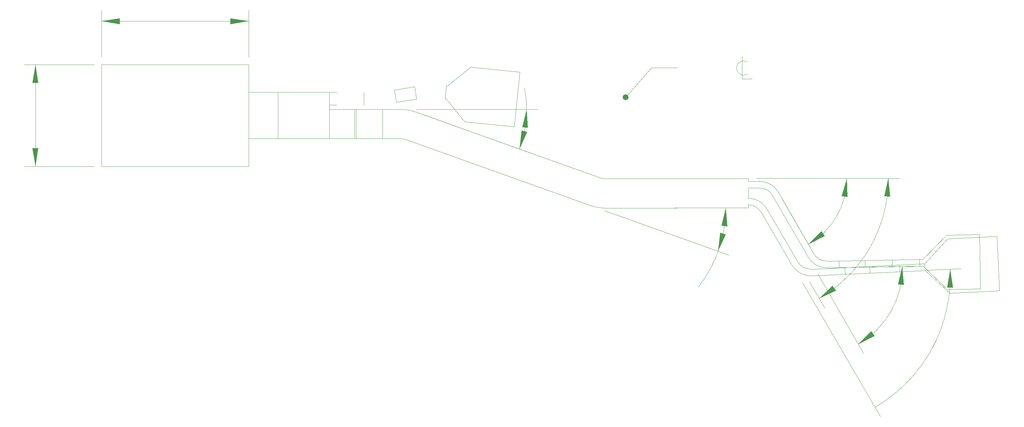
<source format=gbr>
*
G4_C Author: OrCAD GerbTool(tm) 8.1.1 Thu Jun 19 01:00:05 2003*
%LPD*%
%FSLAX34Y34*%
%MOIN*%
%AD*%
%ADD10R,0.050000X0.050000*%
%ADD11C,0.006000*%
%ADD12C,0.019000*%
%ADD13C,0.007900*%
%ADD14C,0.005000*%
%ADD15C,0.000800*%
%ADD16R,0.070000X0.025000*%
%ADD17R,0.068000X0.023000*%
%ADD18C,0.006000*%
%ADD19C,0.009800*%
%ADD20C,0.010000*%
%ADD21C,0.030000*%
%ADD22C,0.060000*%
%ADD23C,0.035000*%
%ADD24C,0.055000*%
%ADD25C,0.010000*%
%ADD26C,0.015000*%
%ADD27C,0.020000*%
%ADD28C,0.005920*%
%ADD29C,0.207760*%
%ADD30C,0.062980*%
%ADD55C,0.001000*%
%ADD56C,0.001000*%
G4_C OrCAD GerbTool Tool List *
G54D56*
G1X-788Y40945D2*
G1X-8262Y40945D1*
G1X-788Y30000D2*
G1X-8262Y30000D1*
G1X-7081Y40945D2*
G1X-7081Y35472D1*
G1X-7081Y30000D1*
G36*
G54D56*
G1X-6766Y38976D2*
G1X-7081Y40945D1*
G1X-7396Y38976D1*
G1X-6766Y38976D1*
G54D56*
G1X-7396Y31968D2*
G1X-7081Y30000D1*
G1X-6766Y31968D1*
G1X-7396Y31968D1*
G37*
G1X15748Y41732D2*
G1X15748Y46778D1*
G1X0Y41732D2*
G1X0Y46778D1*
G1X15748Y45597D2*
G1X7874Y45597D1*
G1X0Y45597D1*
G36*
G54D56*
G1X13779Y45282D2*
G1X15748Y45597D1*
G1X13779Y45912D1*
G1X13779Y45282D1*
G54D56*
G1X1968Y45912D2*
G1X0Y45597D1*
G1X1968Y45282D1*
G1X1968Y45912D1*
G37*
G1X34544Y35545D2*
G1X45880Y31480D1*
G1X33669Y36141D2*
G1X46690Y36141D1*
G1X44768Y31879D2*
G75*
G3X45310Y38374I-11887J4263D1*
G74*
G36*
G54D56*
G1X44768Y31879D2*
G1X44982Y33861D1*
G1X45590Y33695D1*
G1X44768Y31879D1*
G54D56*
G1X45509Y36141D2*
G1X45670Y34154D1*
G1X45042Y34203D1*
G1X45509Y36141D1*
G37*
G1X53858Y25272D2*
G1X67149Y20506D1*
G1X54572Y25541D2*
G1X68025Y25564D1*
G1X63917Y17066D2*
G75*
G3X66843Y25562I-10800J8472D1*
G74*
G36*
G54D56*
G1X66038Y20905D2*
G1X66264Y22885D1*
G1X66871Y22716D1*
G1X66038Y20905D1*
G54D56*
G1X66843Y25562D2*
G1X67020Y23576D1*
G1X66392Y23620D1*
G1X66843Y25562D1*
G37*
G1X72870Y26553D2*
G1X76286Y20597D1*
G1X72414Y28721D2*
G1X80991Y28736D1*
G1X75699Y21622D2*
G75*
G3X78711Y24624I-4072J7098D1*
G3X79810Y28734I-7085J4095D1*
G74*
G36*
G54D56*
G1X75699Y21622D2*
G1X77088Y23051D1*
G1X77465Y22547D1*
G1X75699Y21622D1*
G54D56*
G1X79810Y28734D2*
G1X79890Y26742D1*
G1X79264Y26816D1*
G1X79810Y28734D1*
G37*
G1X75807Y17613D2*
G1X77443Y14803D1*
G1X70132Y28717D2*
G1X85443Y28743D1*
G1X76849Y15824D2*
G75*
G3X82283Y21291I-7505J12892D1*
G3X84262Y28741I-12939J7424D1*
G74*
G36*
G54D56*
G1X76849Y15824D2*
G1X78305Y17185D1*
G1X78657Y16663D1*
G1X76849Y15824D1*
G54D56*
G1X84262Y28741D2*
G1X84449Y26757D1*
G1X83821Y26797D1*
G1X84262Y28741D1*
G37*
G1X75040Y17523D2*
G1X83419Y3130D1*
G1X88311Y18855D2*
G1X92066Y19034D1*
G1X82825Y4150D2*
G75*
G3X88930Y10436I-8181J14053D1*
G3X90886Y18978I-14286J7767D1*
G74*
G36*
G54D56*
G1X90886Y18978D2*
G1X91176Y17005D1*
G1X90546Y17013D1*
G1X90886Y18978D1*
G37*
G1X76714Y18428D2*
G1X81612Y9890D1*
G1X79769Y19171D2*
G1X86951Y19297D1*
G1X81024Y10914D2*
G75*
G3X84540Y14446I-4702J8197D1*
G3X85770Y19276I-8218J4665D1*
G74*
G36*
G54D56*
G1X81024Y10914D2*
G1X82436Y12321D1*
G1X82805Y11811D1*
G1X81024Y10914D1*
G54D56*
G1X85770Y19276D2*
G1X85914Y17288D1*
G1X85286Y17342D1*
G1X85770Y19276D1*
G37*
G54D30*
G1X56127Y37439D3*
G1X69126Y41247D2*
G54D56*
G1X68732Y41378D1*
G1X68339Y41247D1*
G1X68076Y40984D1*
G1X67945Y40590D1*
G1X68076Y40197D1*
G1X68339Y39934D1*
G1X68732Y39803D1*
G1X69126Y39934D1*
G1X68601Y41837D2*
G1X68601Y39409D1*
G1X69651Y39409D1*
G1X58890Y40590D2*
G1X61646Y40590D1*
G1X56335Y37676D2*
G1X58890Y40590D1*
G1X0Y40945D2*
G1X0Y30000D1*
G1X15748Y40945D2*
G1X15748Y37953D1*
G1X15748Y32992D1*
G1X15748Y30000D1*
G1X18889Y37953D2*
G1X18889Y32992D1*
G1X37007Y38647D2*
G1X39515Y40678D1*
G1X24401Y37953D2*
G1X24401Y36614D1*
G1X24401Y36141D1*
G1X24401Y32992D1*
G1X27078Y36141D2*
G1X27078Y32992D1*
G1X27256Y36141D2*
G1X27256Y32992D1*
G1X28081Y37944D2*
G1X28081Y36609D1*
G1X30088Y36141D2*
G1X30088Y32992D1*
G1X31346Y38211D2*
G1X31346Y38205D1*
G1X33522Y38561D2*
G1X33522Y38554D1*
G1X36926Y38656D2*
G1X36926Y38649D1*
G1X37007Y38647D2*
G1X37007Y38641D1*
G1X39515Y40678D2*
G1X39515Y40671D1*
G1X36926Y38649D2*
G1X36788Y37321D1*
G1X44190Y34262D2*
G1X44801Y40122D1*
G1X31346Y38205D2*
G1X31559Y36886D1*
G1X44801Y40129D2*
G1X44801Y40122D1*
G1X33522Y38554D2*
G1X33735Y37236D1*
G1X69239Y28716D2*
G1X69239Y28401D1*
G1X69241Y27692D2*
G1X69242Y26590D1*
G1X69244Y25881D2*
G1X69244Y25566D1*
G1X88142Y19550D2*
G1X90582Y22235D1*
G1X90480Y22626D2*
G1X87966Y20023D1*
G1X79584Y19148D2*
G1X79617Y18440D1*
G1X82258Y19276D2*
G1X82292Y18568D1*
G1X85467Y19429D2*
G1X85501Y18721D1*
G1X78970Y19866D2*
G1X78982Y19157D1*
G1X81748Y19914D2*
G1X81760Y19206D1*
G1X84657Y19965D2*
G1X84670Y19257D1*
G1X38904Y34811D2*
G1X36869Y37312D1*
G1X88141Y19556D2*
G1X88175Y18848D1*
G1X95890Y22488D2*
G1X96168Y16668D1*
G1X87595Y20017D2*
G1X87608Y19308D1*
G1X94124Y16862D2*
G1X94022Y22688D1*
G1X73935Y19422D2*
G1X70641Y25079D1*
G1X74547Y19778D2*
G1X71254Y25435D1*
G1X75639Y20302D2*
G1X71863Y26883D1*
G1X76254Y20654D2*
G1X72478Y27236D1*
G1X52489Y25764D2*
G1X32739Y32846D1*
G1X90859Y16414D2*
G1X88175Y18854D1*
G1X87978Y19314D2*
G1X90581Y16800D1*
G1X96168Y16668D2*
G1X90859Y16414D1*
G1X88181Y18849D2*
G1X76053Y18270D1*
G1X88141Y19556D2*
G1X76019Y18978D1*
G1X90581Y16800D2*
G1X94124Y16862D1*
G1X87978Y19314D2*
G1X77694Y19135D1*
G1X87966Y20023D2*
G1X77682Y19843D1*
G1X53552Y28728D2*
G1X33803Y35811D1*
G1X90582Y22235D2*
G1X95890Y22488D1*
G1X94022Y22688D2*
G1X90480Y22626D1*
G1X69244Y25566D2*
G1X53785Y25539D1*
G1X70460Y27694D2*
G1X69241Y27692D1*
G1X70459Y28403D2*
G1X69239Y28401D1*
G1X69239Y28716D2*
G1X53779Y28689D1*
G1X15748Y30000D2*
G1X0Y30000D1*
G1X44190Y34262D2*
G1X38904Y34811D1*
G1X36869Y37312D2*
G1X36788Y37321D1*
G1X37007Y38647D2*
G1X36926Y38656D1*
G1X31902Y32992D2*
G1X15748Y32992D1*
G1X31902Y36141D2*
G1X24401Y36141D1*
G1X25188Y36614D2*
G1X24401Y36614D1*
G1X25186Y37953D2*
G1X15748Y37953D1*
G1X15748Y40945D2*
G1X0Y40945D1*
G1X25188Y36614D2*
G1X25190Y36614D1*
G1X39515Y40678D2*
G1X44801Y40129D1*
G1X33735Y37236D2*
G1X31559Y36886D1*
G1X33522Y38561D2*
G1X31346Y38211D1*
G1X53552Y28728D2*
G75*
G3X53779Y28689I226J630D1*
G74*
G1X33803Y35811D2*
G75*
G3X31902Y36141I-1901J-5299D1*
G74*
G1X74547Y19778D2*
G75*
G3X76019Y18978I1395J812D1*
G74*
G1X71254Y25435D2*
G75*
G3X69242Y26590I-2007J-1169D1*
G74*
G1X76254Y20654D2*
G75*
G3X77682Y19843I1400J803D1*
G74*
G1X72478Y27236D2*
G75*
G3X70459Y28403I-2015J-1156D1*
G74*
G1X32739Y32846D2*
G75*
G3X31902Y32992I-837J-2335D1*
G74*
G1X52489Y25764D2*
G75*
G3X53785Y25539I1289J3595D1*
G74*
G1X75639Y20302D2*
G75*
G3X77694Y19135I2015J1156D1*
G74*
G1X71863Y26883D2*
G75*
G3X70460Y27694I-1400J-803D1*
G74*
G1X73935Y19422D2*
G75*
G3X76053Y18270I2007J1169D1*
G74*
G1X70641Y25079D2*
G75*
G3X69244Y25881I-1395J-812D1*
G74*
M2*

</source>
